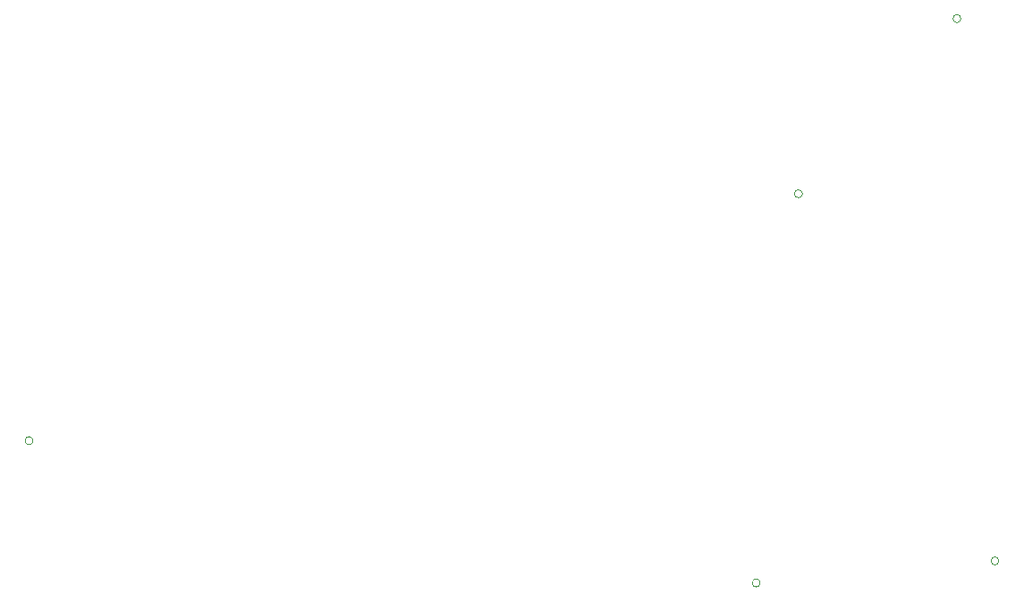
<source format=gbr>
%TF.GenerationSoftware,KiCad,Pcbnew,(5.1.10)-1*%
%TF.CreationDate,2022-02-13T15:12:39-05:00*%
%TF.ProjectId,dispenser,64697370-656e-4736-9572-2e6b69636164,rev?*%
%TF.SameCoordinates,Original*%
%TF.FileFunction,Legend,Bot*%
%TF.FilePolarity,Positive*%
%FSLAX46Y46*%
G04 Gerber Fmt 4.6, Leading zero omitted, Abs format (unit mm)*
G04 Created by KiCad (PCBNEW (5.1.10)-1) date 2022-02-13 15:12:39*
%MOMM*%
%LPD*%
G01*
G04 APERTURE LIST*
%ADD10C,0.120000*%
G04 APERTURE END LIST*
D10*
%TO.C,J7*%
X86538500Y-102412800D02*
G75*
G03*
X86538500Y-102412800I-381000J0D01*
G01*
%TO.C,J8*%
X177981000Y-113802900D02*
G75*
G03*
X177981000Y-113802900I-381000J0D01*
G01*
%TO.C,J10*%
X174383900Y-62400000D02*
G75*
G03*
X174383900Y-62400000I-381000J0D01*
G01*
%TO.C,J11*%
X159381000Y-79002900D02*
G75*
G03*
X159381000Y-79002900I-381000J0D01*
G01*
%TO.C,J12*%
X155381000Y-115902900D02*
G75*
G03*
X155381000Y-115902900I-381000J0D01*
G01*
%TD*%
M02*

</source>
